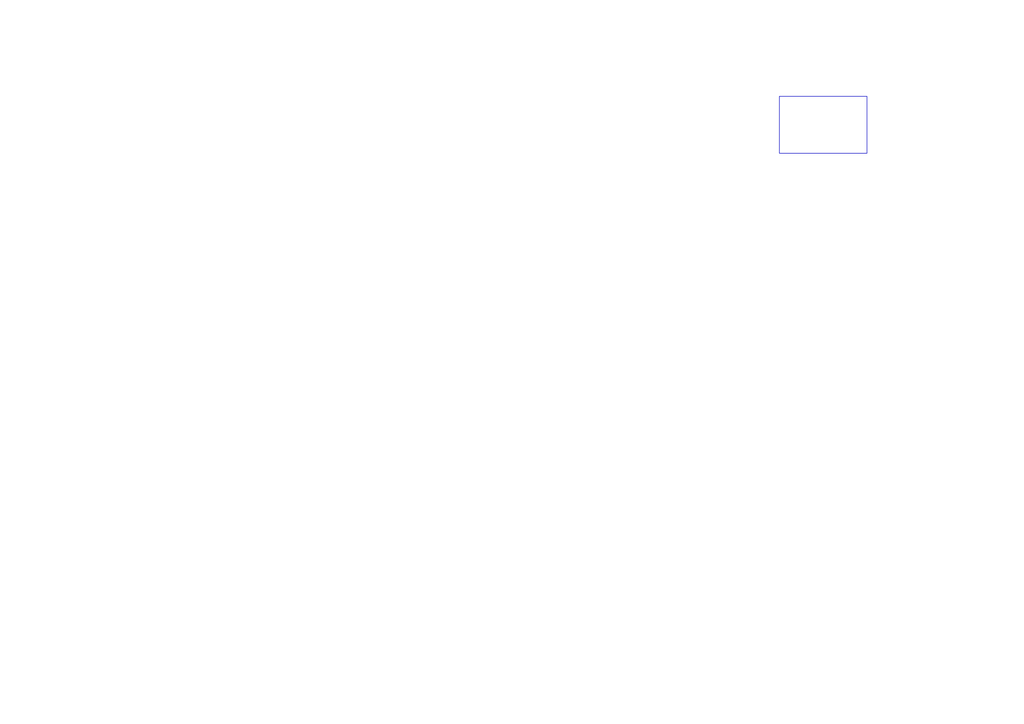
<source format=kicad_sch>
(kicad_sch
	(version 20231120)
	(generator "eeschema")
	(generator_version "8.0")
	(uuid "b8cf0c37-0225-4f75-90ea-f2664b07f6c7")
	(paper "A4")
	(lib_symbols)
	(rectangle
		(start 226.06 27.94)
		(end 251.46 44.45)
		(stroke
			(width 0)
			(type default)
		)
		(fill
			(type none)
		)
		(uuid ab9218dd-9415-41bf-b096-7f68a41a981f)
	)
)

</source>
